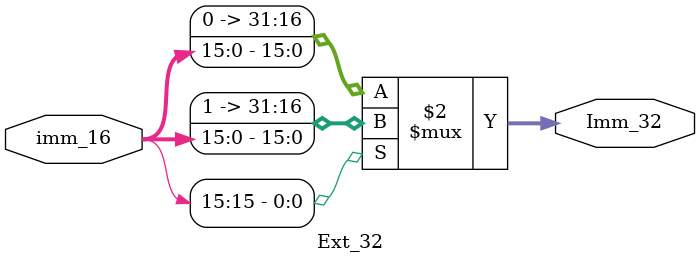
<source format=v>
`timescale 1ns / 1ps
module Ext_32(
       input [15:0]imm_16,
		 output [31:0]Imm_32
    );

assign Imm_32 = (imm_16[15] == 1) ? {16'b1111111111111111,imm_16} : {16'b0000000000000000,imm_16};

endmodule

</source>
